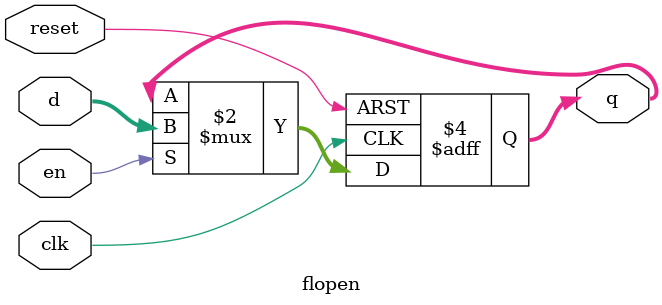
<source format=sv>
module flopen #(parameter WIDTH = 8) (
								input logic clk, reset, en, 
								input logic [WIDTH-1:0] d, 
								output logic [WIDTH-1:0] q); 
								
always_ff @(posedge clk, posedge reset) 
		
		if (reset) q <= 0;
		
		else if (en) q <= d; 
		
		
endmodule

</source>
